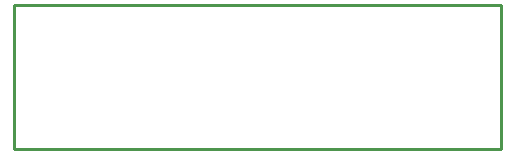
<source format=gko>
G04 Layer: BoardOutlineLayer*
G04 EasyEDA v6.5.46, 2025-02-01 21:24:59*
G04 3faa27f7c1044bbbb46ecef337df57e6,286660f9466f4c8aba87c6f7285b94de,10*
G04 Gerber Generator version 0.2*
G04 Scale: 100 percent, Rotated: No, Reflected: No *
G04 Dimensions in millimeters *
G04 leading zeros omitted , absolute positions ,4 integer and 5 decimal *
%FSLAX45Y45*%
%MOMM*%

%ADD10C,0.2540*%
D10*
X-1382776Y576579D02*
G01*
X-1382776Y711200D01*
X2743200Y711200D01*
X2743200Y-508000D01*
X-1382776Y-508000D01*
X-1382776Y576579D01*

%LPD*%
M02*

</source>
